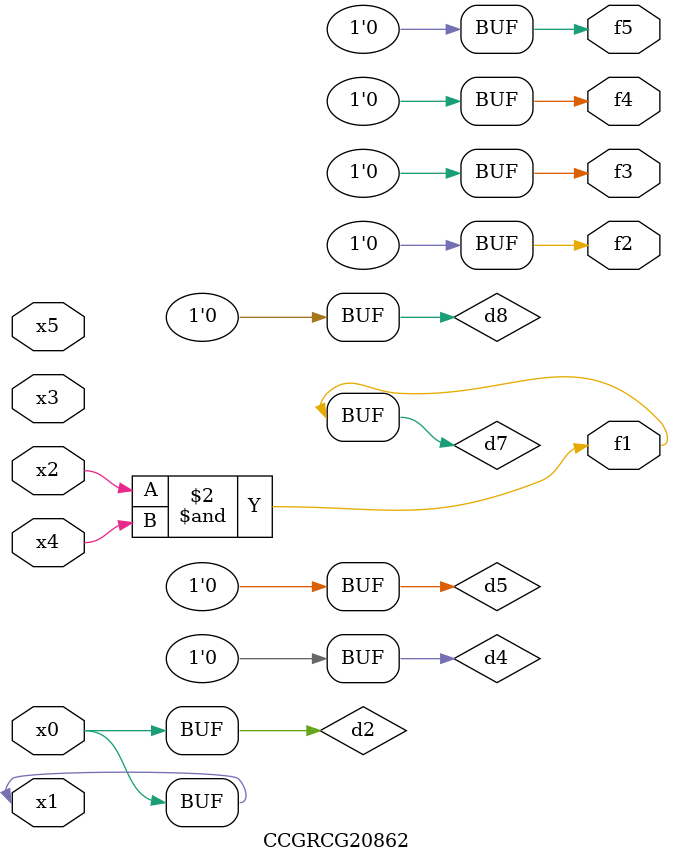
<source format=v>
module CCGRCG20862(
	input x0, x1, x2, x3, x4, x5,
	output f1, f2, f3, f4, f5
);

	wire d1, d2, d3, d4, d5, d6, d7, d8, d9;

	nand (d1, x1);
	buf (d2, x0, x1);
	nand (d3, x2, x4);
	and (d4, d1, d2);
	and (d5, d1, d2);
	nand (d6, d1, d3);
	not (d7, d3);
	xor (d8, d5);
	nor (d9, d5, d6);
	assign f1 = d7;
	assign f2 = d8;
	assign f3 = d8;
	assign f4 = d8;
	assign f5 = d8;
endmodule

</source>
